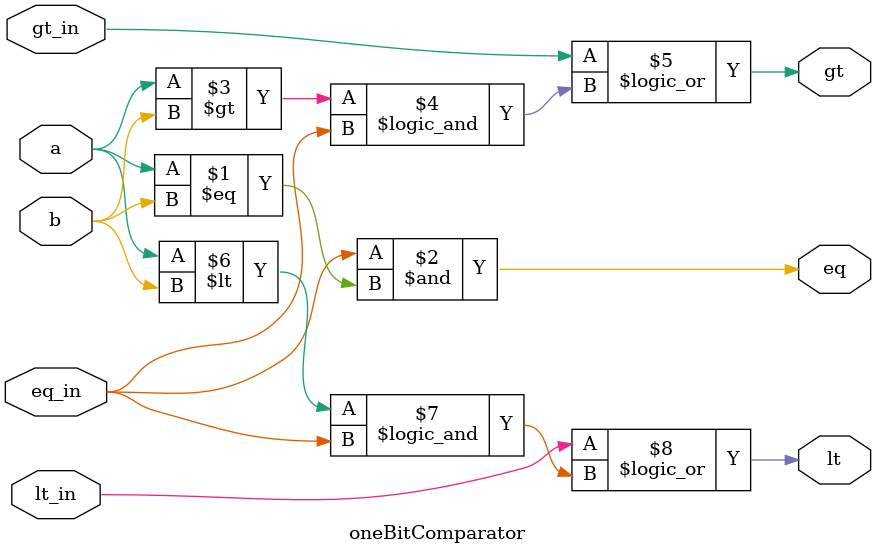
<source format=v>
module oneBitComparator (
  input wire eq_in,
  input wire gt_in,
  input wire lt_in,
  input wire a,
  input wire b,
  output wire eq,
  output wire gt,
  output wire lt
);
  assign eq = eq_in & (a == b);
  assign gt = gt_in || (a > b && eq_in);
  assign lt = lt_in || (a < b && eq_in);
endmodule

</source>
